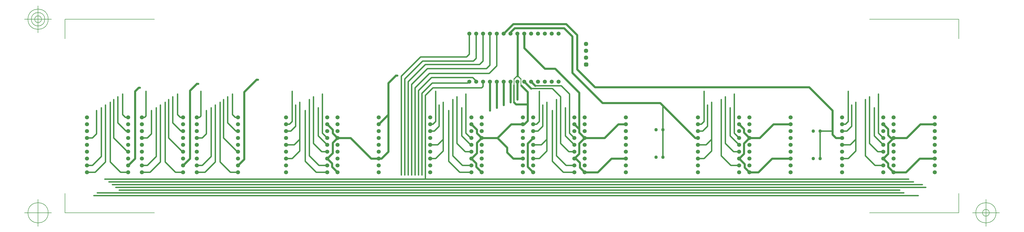
<source format=gbr>
G04 Generated by Ultiboard 14.1 *
%FSLAX34Y34*%
%MOMM*%

%ADD10C,0.0001*%
%ADD11C,0.5080*%
%ADD12C,0.7620*%
%ADD13C,0.2540*%
%ADD14C,0.3810*%
%ADD15C,0.1270*%
%ADD16C,0.5000*%
%ADD17C,0.7500*%
%ADD18C,1.5000*%
%ADD19C,1.6088*%
%ADD20R,0.5291X0.5291*%
%ADD21C,0.9949*%
%ADD22C,1.2700*%


G04 ColorRGB 0000FF for the following layer *
%LNCopper Bottom*%
%LPD*%
G54D10*
G54D11*
X144780Y121920D02*
X347980Y121920D01*
X551180Y121920D01*
X78740Y147330D02*
X109230Y147330D01*
X147320Y185420D01*
X203190Y147330D02*
X165100Y185420D01*
X231140Y147330D02*
X203190Y147330D01*
X281940Y147330D02*
X312430Y147330D01*
X350520Y185420D01*
X406390Y147330D02*
X368300Y185420D01*
X434340Y147330D02*
X406390Y147330D01*
X485140Y147330D02*
X515630Y147330D01*
X553720Y185420D01*
X609590Y147330D02*
X571500Y185420D01*
X637540Y147330D02*
X609590Y147330D01*
X927100Y147320D02*
X886460Y187960D01*
X967740Y147320D02*
X927100Y147320D01*
X1457960Y147320D02*
X1417320Y187960D01*
X1498600Y147320D02*
X1457960Y147320D01*
X1841500Y147320D02*
X1800860Y187960D01*
X1882140Y147320D02*
X1841500Y147320D01*
X78740Y172730D02*
X99070Y172730D01*
X132080Y205740D01*
X165100Y185420D02*
X165100Y406400D01*
X147320Y185420D02*
X147320Y396240D01*
X281940Y172730D02*
X302270Y172730D01*
X335280Y205740D01*
X350520Y185420D02*
X350520Y396240D01*
X368300Y185420D02*
X368300Y406400D01*
X485140Y172730D02*
X505470Y172730D01*
X538480Y205740D01*
X553720Y185420D02*
X553720Y396240D01*
X571500Y185420D02*
X571500Y406400D01*
X886460Y187960D02*
X886460Y376368D01*
X937260Y172720D02*
X901700Y208280D01*
X967740Y172720D02*
X937260Y172720D01*
X1417320Y187960D02*
X1417320Y376368D01*
X1468120Y172720D02*
X1432560Y208280D01*
X1498600Y172720D02*
X1468120Y172720D01*
X1800860Y187960D02*
X1800860Y375920D01*
X1851660Y172720D02*
X1816100Y208280D01*
X1882140Y172720D02*
X1851660Y172720D01*
X2461260Y172720D02*
X2425700Y208280D01*
X2491740Y172720D02*
X2461260Y172720D01*
X2994660Y172720D02*
X2959100Y208280D01*
X3025140Y172720D02*
X2994660Y172720D01*
X132080Y205740D02*
X132080Y386080D01*
X335280Y205740D02*
X335280Y386080D01*
X538480Y205740D02*
X538480Y386080D01*
X815340Y198120D02*
X838200Y198120D01*
X866140Y226060D01*
X1346200Y198120D02*
X1369060Y198120D01*
X1397000Y226060D01*
X1729740Y198120D02*
X1752600Y198120D01*
X1780540Y226060D01*
X2339340Y198120D02*
X2362200Y198120D01*
X2390140Y226060D01*
X2872740Y198120D02*
X2895600Y198120D01*
X2923540Y226060D01*
X228590Y223530D02*
X177800Y274320D01*
X231140Y223530D02*
X228590Y223530D01*
X431790Y223530D02*
X381000Y274320D01*
X434340Y223530D02*
X431790Y223530D01*
X634990Y223530D02*
X584200Y274320D01*
X637540Y223530D02*
X634990Y223530D01*
X866140Y226060D02*
X866140Y269240D01*
X901700Y208280D02*
X901700Y417008D01*
X947420Y223520D02*
X916940Y254000D01*
X967740Y223520D02*
X947420Y223520D01*
X1397000Y226060D02*
X1397000Y269240D01*
X1432560Y208280D02*
X1432560Y417008D01*
X1478280Y223520D02*
X1447800Y254000D01*
X1498600Y223520D02*
X1478280Y223520D01*
X1780540Y226060D02*
X1780540Y269240D01*
X1816100Y208280D02*
X1816100Y417008D01*
X1861820Y223520D02*
X1831340Y254000D01*
X1882140Y223520D02*
X1861820Y223520D01*
X2390140Y226060D02*
X2390140Y269240D01*
X2425700Y208280D02*
X2425700Y417008D01*
X2471420Y223520D02*
X2440940Y254000D01*
X2491740Y223520D02*
X2471420Y223520D01*
X2923540Y226060D02*
X2923540Y269240D01*
X2959100Y208280D02*
X2959100Y417008D01*
X3004820Y223520D02*
X2974340Y254000D01*
X3025140Y223520D02*
X3004820Y223520D01*
X815340Y248920D02*
X845820Y248920D01*
X866140Y269240D01*
X916940Y254000D02*
X916940Y427168D01*
X967740Y248920D02*
X934720Y281940D01*
X1346200Y248920D02*
X1376680Y248920D01*
X1397000Y269240D01*
X1447800Y254000D02*
X1447800Y427168D01*
X1498600Y248920D02*
X1465580Y281940D01*
X1729740Y248920D02*
X1760220Y248920D01*
X1780540Y269240D01*
X1831340Y254000D02*
X1831340Y427168D01*
X1882140Y248920D02*
X1849120Y281940D01*
X2339340Y248920D02*
X2369820Y248920D01*
X2390140Y269240D01*
X2440940Y254000D02*
X2440940Y427168D01*
X2491740Y248920D02*
X2458720Y281940D01*
X2872740Y248920D02*
X2903220Y248920D01*
X2923540Y269240D01*
X2974340Y254000D02*
X2974340Y427168D01*
X3025140Y248920D02*
X2992120Y281940D01*
X78740Y274330D02*
X99070Y274330D01*
X114300Y289560D01*
X177800Y274320D02*
X177800Y416560D01*
X281940Y274330D02*
X302270Y274330D01*
X317500Y289560D01*
X381000Y274320D02*
X381000Y416560D01*
X485140Y274330D02*
X505470Y274330D01*
X520700Y289560D01*
X584200Y274320D02*
X584200Y416560D01*
X866140Y269240D02*
X866140Y406848D01*
X934720Y281940D02*
X934720Y386528D01*
X967740Y274320D02*
X949960Y292100D01*
X1397000Y269240D02*
X1397000Y406848D01*
X1465580Y281940D02*
X1465580Y386528D01*
X1498600Y274320D02*
X1480820Y292100D01*
X1780540Y269240D02*
X1780540Y406848D01*
X1849120Y281940D02*
X1849120Y386528D01*
X1882140Y274320D02*
X1864360Y292100D01*
X2390140Y269240D02*
X2390140Y406848D01*
X2458720Y281940D02*
X2458720Y386528D01*
X2491740Y274320D02*
X2473960Y292100D01*
X2923540Y269240D02*
X2923540Y406848D01*
X2992120Y281940D02*
X2992120Y386528D01*
X3025140Y274320D02*
X3007360Y292100D01*
X114300Y289560D02*
X114300Y375920D01*
X223510Y299730D02*
X193040Y330200D01*
X231140Y299730D02*
X223510Y299730D01*
X317500Y289560D02*
X317500Y375920D01*
X426710Y299730D02*
X396240Y330200D01*
X434340Y299730D02*
X426710Y299730D01*
X520700Y289560D02*
X520700Y375920D01*
X629910Y299730D02*
X599440Y330200D01*
X637540Y299730D02*
X629910Y299730D01*
X815340Y299720D02*
X833120Y299720D01*
X850900Y317500D01*
X949960Y292100D02*
X949960Y437328D01*
X1346200Y299720D02*
X1363980Y299720D01*
X1381760Y317500D01*
X1480820Y292100D02*
X1480820Y437328D01*
X1729740Y299720D02*
X1747520Y299720D01*
X1765300Y317500D01*
X1864360Y292100D02*
X1864360Y437328D01*
X2339340Y299720D02*
X2357120Y299720D01*
X2374900Y317500D01*
X2473960Y292100D02*
X2473960Y437328D01*
X2872740Y299720D02*
X2890520Y299720D01*
X2908300Y317500D01*
X3007360Y292100D02*
X3007360Y437328D01*
X815340Y325120D02*
X828040Y325120D01*
X838200Y335280D01*
X850900Y317500D02*
X850900Y396688D01*
X1381760Y317500D02*
X1381760Y396688D01*
X1729740Y325120D02*
X1742440Y325120D01*
X1752600Y335280D01*
X1765300Y317500D02*
X1765300Y396688D01*
X2339340Y325120D02*
X2352040Y325120D01*
X2362200Y335280D01*
X2374900Y317500D02*
X2374900Y396688D01*
X2872740Y325120D02*
X2885440Y325120D01*
X2895600Y335280D01*
X2908300Y317500D02*
X2908300Y396688D01*
X193040Y330200D02*
X193040Y426720D01*
X396240Y330200D02*
X396240Y426720D01*
X599440Y330200D02*
X599440Y426720D01*
X838200Y335280D02*
X838200Y447488D01*
X1369060Y335280D02*
X1369060Y447488D01*
X1752600Y335280D02*
X1752600Y447488D01*
X2362200Y335280D02*
X2362200Y447488D01*
X2895600Y335280D02*
X2895600Y447488D01*
X231140Y350530D02*
X220970Y350530D01*
X210820Y360680D01*
X210820Y436880D01*
X281940Y350530D02*
X292110Y350530D01*
X297180Y355600D02*
X297180Y447040D01*
X292110Y350530D02*
X297180Y355600D01*
X434340Y350530D02*
X424170Y350530D01*
X414020Y360680D01*
X414020Y436880D01*
X485140Y350530D02*
X495310Y350530D01*
X500380Y355600D02*
X500380Y447040D01*
X495310Y350530D02*
X500380Y355600D01*
X627370Y350530D02*
X617220Y360680D01*
X617220Y436880D01*
X637540Y350530D02*
X627370Y350530D01*
X1800860Y375920D02*
X1800860Y376368D01*
X1737360Y467360D02*
X1833880Y467360D01*
X1722120Y457200D02*
X1800860Y457200D01*
X1831340Y426720D01*
X1833880Y467360D02*
X1864360Y436880D01*
X1544320Y482600D02*
X1544320Y464820D01*
X1539240Y459740D01*
X1518920Y482600D02*
X1518920Y485140D01*
X1506220Y497840D01*
X1595120Y660400D02*
X1595120Y541020D01*
X1567180Y513080D01*
X1569720Y660400D02*
X1569720Y543560D01*
X1557020Y530860D01*
X1544320Y660400D02*
X1544320Y558800D01*
X1531620Y546100D01*
X1518920Y660400D02*
X1518920Y568960D01*
X1508760Y558800D01*
X1493520Y660400D02*
X1493520Y584200D01*
X1483360Y574040D01*
X1358900Y459740D02*
X1330960Y431800D01*
X1539240Y459740D02*
X1358900Y459740D01*
X1330960Y431800D02*
X1330960Y121920D01*
X1318260Y439420D02*
X1318260Y137160D01*
X1353820Y497840D02*
X1305560Y449580D01*
X1305560Y137160D01*
X1506220Y497840D02*
X1353820Y497840D01*
X1346200Y513080D02*
X1292860Y459740D01*
X1292860Y137160D01*
X1567180Y513080D02*
X1346200Y513080D01*
X1338580Y530860D02*
X1280160Y472440D01*
X1280160Y137160D01*
X1557020Y530860D02*
X1338580Y530860D01*
X1330960Y546100D02*
X1267460Y482600D01*
X1531620Y546100D02*
X1330960Y546100D01*
X1267460Y482600D02*
X1267460Y137160D01*
X1320800Y558800D02*
X1254760Y492760D01*
X1254760Y137160D01*
X1508760Y558800D02*
X1320800Y558800D01*
X1313180Y574040D02*
X1242060Y502920D01*
X1483360Y574040D02*
X1313180Y574040D01*
X1242060Y502920D02*
X1242060Y137160D01*
X1488440Y477520D02*
X1356360Y477520D01*
X1493520Y482600D02*
X1488440Y477520D01*
X1356360Y477520D02*
X1318260Y439420D01*
X1658620Y406400D02*
X1658620Y469900D01*
X2621280Y60960D02*
X3154680Y60960D01*
X2011680Y60960D02*
X2621280Y60960D01*
X2567940Y71120D02*
X3101340Y71120D01*
X160020Y111760D02*
X3136900Y111760D01*
X551180Y121920D02*
X3119120Y121920D01*
X116840Y71120D02*
X2567940Y71120D01*
X203200Y111760D02*
X160020Y111760D01*
X172720Y101600D02*
X3169920Y101600D01*
X185420Y91440D02*
X3182620Y91440D01*
X198120Y81280D02*
X3086100Y81280D01*
X104140Y60960D02*
X2011680Y60960D01*
X1358900Y325120D02*
X1369060Y335280D01*
X1346200Y325120D02*
X1358900Y325120D01*
X2209800Y203200D02*
X2209800Y393700D01*
X2791460Y198120D02*
X2791460Y299720D01*
X2837180Y299720D01*
G54D12*
X985520Y167640D02*
X1005840Y147320D01*
X1518920Y167640D02*
X1539240Y147320D01*
X1709420Y167640D02*
X1729740Y147320D01*
X1902460Y165100D02*
X1920240Y147320D01*
X1968500Y147320D01*
X2019300Y198120D01*
X2512060Y165100D02*
X2529840Y147320D01*
X2562860Y147320D01*
X2613660Y198120D01*
X3042920Y167640D02*
X3063240Y147320D01*
X3108960Y147320D01*
X3159760Y198120D01*
X985520Y180340D02*
X985520Y167640D01*
X1518920Y180340D02*
X1518920Y167640D01*
X1709420Y254000D02*
X1709420Y167640D01*
X1902460Y182880D02*
X1902460Y165100D01*
X2512060Y177800D02*
X2512060Y165100D01*
X3042920Y180340D02*
X3042920Y167640D01*
X256540Y198130D02*
X231140Y172730D01*
X459740Y198130D02*
X434340Y172730D01*
X660400Y195590D02*
X637540Y172730D01*
X967740Y198120D02*
X985520Y180340D01*
X1501140Y198120D02*
X1518920Y180340D01*
X1887220Y198120D02*
X1902460Y182880D01*
X2491740Y198120D02*
X2512060Y177800D01*
X3025140Y198120D02*
X3042920Y180340D01*
X256540Y447040D02*
X256540Y198130D01*
X459740Y198130D02*
X459740Y449580D01*
X660400Y444500D02*
X660400Y195590D01*
X988060Y218440D02*
X967740Y198120D01*
X1130300Y198120D02*
X1054100Y274320D01*
X1130300Y198120D02*
X1168400Y198120D01*
X1193800Y223520D02*
X1168400Y198120D01*
X1521460Y218440D02*
X1501140Y198120D01*
X1633220Y220980D02*
X1656080Y198120D01*
X1691640Y198120D01*
X1882140Y198120D02*
X1887220Y198120D01*
X1882140Y198120D02*
X1899920Y215900D01*
X2019300Y198120D02*
X2072640Y198120D01*
X2509520Y215900D02*
X2491740Y198120D01*
X2613660Y198120D02*
X2682240Y198120D01*
X3042920Y215900D02*
X3025140Y198120D01*
X3159760Y198120D02*
X3215640Y198120D01*
X988060Y256540D02*
X988060Y218440D01*
X1521460Y256540D02*
X1521460Y218440D01*
X1633220Y238760D02*
X1633220Y220980D01*
X1899920Y215900D02*
X1899920Y254000D01*
X2509520Y254000D02*
X2509520Y215900D01*
X3042920Y254000D02*
X3042920Y215900D01*
X1597660Y274320D02*
X1633220Y238760D01*
X1005840Y274320D02*
X988060Y256540D01*
X1539240Y274320D02*
X1521460Y256540D01*
X1729740Y274320D02*
X1709420Y254000D01*
X1899920Y254000D02*
X1920240Y274320D01*
X2529840Y274320D02*
X2509520Y254000D01*
X3063240Y274320D02*
X3042920Y254000D01*
X1054100Y274320D02*
X1005840Y274320D01*
X988060Y292100D01*
X1521460Y292100D02*
X1539240Y274320D01*
X1597660Y274320D01*
X1648460Y325120D01*
X1920240Y274320D02*
X1899920Y294640D01*
X1993900Y274320D02*
X1920240Y274320D01*
X2044700Y325120D02*
X1993900Y274320D01*
X2509520Y294640D02*
X2529840Y274320D01*
X2567940Y274320D01*
X2618740Y325120D01*
X3042920Y307340D02*
X3042920Y284480D01*
X3053080Y274320D01*
X3111500Y274320D01*
X3162300Y325120D01*
X988060Y304800D02*
X967740Y325120D01*
X988060Y292100D02*
X988060Y304800D01*
X1501140Y325120D02*
X1521460Y304800D01*
X1521460Y292100D01*
X1899920Y307340D02*
X1882140Y325120D01*
X2491740Y325120D02*
X2509520Y307340D01*
X2509520Y294640D01*
X3025140Y325120D02*
X3042920Y307340D01*
X1193800Y360680D02*
X1158240Y325120D01*
X2072640Y325120D02*
X2044700Y325120D01*
X2618740Y325120D02*
X2682240Y325120D01*
X3162300Y325120D02*
X3215640Y325120D01*
X1569720Y482600D02*
X1569720Y376368D01*
X1595120Y482600D02*
X1595120Y386528D01*
X1620520Y482600D02*
X1620520Y396688D01*
X1645920Y482600D02*
X1645920Y406848D01*
X1671320Y482600D02*
X1671320Y417008D01*
X1696720Y482600D02*
X1722120Y457200D01*
X1722120Y482600D02*
X1737360Y467360D01*
X459740Y449580D02*
X485140Y474980D01*
X490220Y474980D01*
X660400Y444500D02*
X706120Y490220D01*
X711200Y490220D01*
X256540Y447040D02*
X270050Y460550D01*
X274320Y460550D01*
X1193800Y223520D02*
X1193800Y477520D01*
X1221740Y505460D01*
X1226820Y505460D01*
X1645920Y660400D02*
X1645920Y665480D01*
X2199640Y403860D02*
X2329180Y274320D01*
X2339340Y274320D01*
X2750820Y462280D02*
X2837180Y375920D01*
X2837180Y287020D01*
X2849880Y274320D01*
X2872740Y274320D01*
X1892300Y528320D02*
X1958340Y462280D01*
X2750820Y462280D01*
X1892300Y655320D02*
X1892300Y528320D01*
X1874520Y515620D02*
X1986280Y403860D01*
X1874520Y650240D02*
X1874520Y515620D01*
X1986280Y403860D02*
X2199640Y403860D01*
X1696720Y660400D02*
X1696720Y607060D01*
X1772920Y530860D01*
X1811020Y530860D01*
X1899920Y441960D01*
X1899920Y294640D02*
X1899920Y441960D01*
X1671479Y660241D02*
X1671479Y502761D01*
X1709420Y337820D02*
X1696720Y325120D01*
X1648460Y325120D02*
X1696720Y325120D01*
X1685290Y468630D02*
X1709420Y444500D01*
X1709420Y337820D01*
X1658620Y406400D02*
X1666240Y398780D01*
X1709420Y398780D01*
X1661160Y680720D02*
X1844040Y680720D01*
X1645920Y665480D02*
X1661160Y680720D01*
X1844040Y680720D02*
X1874520Y650240D01*
X1656080Y695960D02*
X1851660Y695960D01*
X1620520Y660400D02*
X1656080Y695960D01*
X1851660Y695960D02*
X1892300Y655320D01*
G54D13*
X1668780Y502920D02*
X1673860Y502920D01*
X1658620Y492760D02*
X1658620Y469900D01*
X1684020Y492760D02*
X1684020Y469900D01*
X2837180Y294640D02*
X2835360Y294640D01*
X2835000Y295000D01*
G54D14*
X1668780Y502920D02*
X1658620Y492760D01*
X1673860Y502920D02*
X1684020Y492760D01*
G54D15*
X-2540Y-2540D02*
X-2540Y69088D01*
X-2540Y-2540D02*
X328168Y-2540D01*
X3304540Y-2540D02*
X2973832Y-2540D01*
X3304540Y-2540D02*
X3304540Y69088D01*
X3304540Y713740D02*
X3304540Y642112D01*
X3304540Y713740D02*
X2973832Y713740D01*
X-2540Y713740D02*
X328168Y713740D01*
X-2540Y713740D02*
X-2540Y642112D01*
X-52540Y-2540D02*
X-152540Y-2540D01*
X-102540Y-52540D02*
X-102540Y47460D01*
X-140040Y-2540D02*
G75*
D01*
G02X-140040Y-2540I37500J0*
G01*
X3354540Y-2540D02*
X3454540Y-2540D01*
X3404540Y-52540D02*
X3404540Y47460D01*
X3367040Y-2540D02*
G75*
D01*
G02X3367040Y-2540I37500J0*
G01*
X3392040Y-2540D02*
G75*
D01*
G02X3392040Y-2540I12500J0*
G01*
X-52540Y713740D02*
X-152540Y713740D01*
X-102540Y663740D02*
X-102540Y763740D01*
X-140040Y713740D02*
G75*
D01*
G02X-140040Y713740I37500J0*
G01*
X-127540Y713740D02*
G75*
D01*
G02X-127540Y713740I25000J0*
G01*
X-115040Y713740D02*
G75*
D01*
G02X-115040Y713740I12500J0*
G01*
G54D16*
X104140Y60960D03*
X307340Y60960D03*
X510540Y60960D03*
X1097280Y60960D03*
X1628140Y60960D03*
X2011680Y60960D03*
X2621280Y60960D03*
X3154680Y60960D03*
X116840Y71120D03*
X198120Y81280D03*
X320040Y71120D03*
X401320Y81280D03*
X523240Y71120D03*
X604520Y81280D03*
X1028700Y81280D03*
X1043940Y71120D03*
X1559560Y81280D03*
X1574800Y71120D03*
X1943100Y81280D03*
X1958340Y71120D03*
X2552700Y81280D03*
X2567940Y71120D03*
X3086100Y81280D03*
X3101340Y71120D03*
X172720Y101600D03*
X185420Y91440D03*
X375920Y101600D03*
X388620Y91440D03*
X579120Y101600D03*
X591820Y91440D03*
X1112520Y101600D03*
X1125220Y91440D03*
X1643380Y101600D03*
X1656080Y91440D03*
X2026920Y101600D03*
X2039620Y91440D03*
X2636520Y101600D03*
X2649220Y91440D03*
X3169920Y101600D03*
X3182620Y91440D03*
X144780Y121920D03*
X160020Y111760D03*
X347980Y121920D03*
X363220Y111760D03*
X551180Y121920D03*
X566420Y111760D03*
X1061720Y121920D03*
X1079500Y111760D03*
X1592580Y121920D03*
X1610360Y111760D03*
X1976120Y121920D03*
X1993900Y111760D03*
X2585720Y121920D03*
X2603500Y111760D03*
X3119120Y121920D03*
X3136900Y111760D03*
X114300Y375920D03*
X132080Y386080D03*
X317500Y375920D03*
X335280Y386080D03*
X520700Y375920D03*
X538480Y386080D03*
X886460Y375920D03*
X934720Y386080D03*
X1417320Y375920D03*
X1465580Y386080D03*
X1800860Y375920D03*
X1849120Y386080D03*
X2458720Y386080D03*
X2992120Y386080D03*
X165100Y406400D03*
X147320Y396240D03*
X350520Y396240D03*
X368300Y406400D03*
X553720Y396240D03*
X571500Y406400D03*
X866140Y406400D03*
X850900Y396240D03*
X1381760Y396240D03*
X1397000Y406400D03*
X1765300Y396240D03*
X1780540Y406400D03*
X2374900Y396240D03*
X2390140Y406400D03*
X2923540Y406400D03*
X2908300Y396240D03*
X177800Y416560D03*
X193040Y426720D03*
X381000Y416560D03*
X396240Y426720D03*
X584200Y416560D03*
X599440Y426720D03*
X901700Y416560D03*
X916940Y426720D03*
X1432560Y416560D03*
X1447800Y426720D03*
X1816100Y416560D03*
X1831340Y426720D03*
X2425700Y416560D03*
X2440940Y426720D03*
X2959100Y416560D03*
X2974340Y426720D03*
X210820Y436880D03*
X297180Y447040D03*
X414020Y436880D03*
X500380Y447040D03*
X617220Y436880D03*
X838200Y447040D03*
X949960Y436880D03*
X1369060Y447040D03*
X1480820Y436880D03*
X1752600Y447040D03*
X1864360Y436880D03*
X2362200Y447040D03*
X2473960Y436880D03*
X2895600Y447040D03*
X3007360Y436880D03*
X1569720Y375920D03*
X1595120Y386080D03*
X1620520Y396240D03*
X1645920Y406400D03*
X1671320Y416560D03*
X1242060Y137160D03*
X1254760Y137160D03*
X1267460Y137160D03*
X1280160Y137160D03*
X1292860Y137160D03*
X1305560Y137160D03*
X1318260Y137160D03*
X1242060Y91440D03*
X1254760Y81280D03*
X1267460Y71120D03*
X1280160Y60960D03*
X1305560Y111760D03*
X1318260Y101600D03*
G54D17*
X269240Y459740D03*
X706120Y490220D03*
X1221740Y505460D03*
X485140Y474980D03*
G54D18*
X3063240Y147320D03*
X3215640Y147320D03*
X3063240Y172720D03*
X3215640Y172720D03*
X3063240Y198120D03*
X3215640Y198120D03*
X3063240Y223520D03*
X3215640Y223520D03*
X3063240Y248920D03*
X3215640Y248920D03*
X3063240Y274320D03*
X3215640Y274320D03*
X3063240Y299720D03*
X3215640Y299720D03*
X3063240Y325120D03*
X3215640Y325120D03*
X3063240Y350520D03*
X3215640Y350520D03*
X2872740Y147320D03*
X3025140Y147320D03*
X2872740Y172720D03*
X3025140Y172720D03*
X2872740Y198120D03*
X3025140Y198120D03*
X2872740Y223520D03*
X3025140Y223520D03*
X2872740Y248920D03*
X3025140Y248920D03*
X2872740Y274320D03*
X3025140Y274320D03*
X2872740Y299720D03*
X3025140Y299720D03*
X2872740Y325120D03*
X3025140Y325120D03*
X2872740Y350520D03*
X3025140Y350520D03*
X2529840Y147320D03*
X2682240Y147320D03*
X2529840Y172720D03*
X2682240Y172720D03*
X2529840Y198120D03*
X2682240Y198120D03*
X2529840Y223520D03*
X2682240Y223520D03*
X2529840Y248920D03*
X2682240Y248920D03*
X2529840Y274320D03*
X2682240Y274320D03*
X2529840Y299720D03*
X2682240Y299720D03*
X2529840Y325120D03*
X2682240Y325120D03*
X2529840Y350520D03*
X2682240Y350520D03*
X2339340Y147320D03*
X2491740Y147320D03*
X2339340Y172720D03*
X2491740Y172720D03*
X2339340Y198120D03*
X2491740Y198120D03*
X2339340Y223520D03*
X2491740Y223520D03*
X2339340Y248920D03*
X2491740Y248920D03*
X2339340Y274320D03*
X2491740Y274320D03*
X2339340Y299720D03*
X2491740Y299720D03*
X2339340Y325120D03*
X2491740Y325120D03*
X2339340Y350520D03*
X2491740Y350520D03*
X1920240Y147320D03*
X2072640Y147320D03*
X1920240Y172720D03*
X2072640Y172720D03*
X1920240Y198120D03*
X2072640Y198120D03*
X1920240Y223520D03*
X2072640Y223520D03*
X1920240Y248920D03*
X2072640Y248920D03*
X1920240Y274320D03*
X2072640Y274320D03*
X1920240Y299720D03*
X2072640Y299720D03*
X1920240Y325120D03*
X2072640Y325120D03*
X1920240Y350520D03*
X2072640Y350520D03*
X1348740Y147320D03*
X1501140Y147320D03*
X1348740Y172720D03*
X1501140Y172720D03*
X1348740Y198120D03*
X1501140Y198120D03*
X1348740Y223520D03*
X1501140Y223520D03*
X1348740Y248920D03*
X1501140Y248920D03*
X1348740Y274320D03*
X1501140Y274320D03*
X1348740Y299720D03*
X1501140Y299720D03*
X1348740Y325120D03*
X1501140Y325120D03*
X1348740Y350520D03*
X1501140Y350520D03*
X1005840Y147320D03*
X1158240Y147320D03*
X1005840Y172720D03*
X1158240Y172720D03*
X1005840Y198120D03*
X1158240Y198120D03*
X1005840Y223520D03*
X1158240Y223520D03*
X1005840Y248920D03*
X1158240Y248920D03*
X1005840Y274320D03*
X1158240Y274320D03*
X1005840Y299720D03*
X1158240Y299720D03*
X1005840Y325120D03*
X1158240Y325120D03*
X1005840Y350520D03*
X1158240Y350520D03*
X815340Y147320D03*
X967740Y147320D03*
X815340Y172720D03*
X967740Y172720D03*
X815340Y198120D03*
X967740Y198120D03*
X815340Y223520D03*
X967740Y223520D03*
X815340Y248920D03*
X967740Y248920D03*
X815340Y274320D03*
X967740Y274320D03*
X815340Y299720D03*
X967740Y299720D03*
X815340Y325120D03*
X967740Y325120D03*
X815340Y350520D03*
X967740Y350520D03*
X1729740Y147320D03*
X1882140Y147320D03*
X1729740Y172720D03*
X1882140Y172720D03*
X1729740Y198120D03*
X1882140Y198120D03*
X1729740Y223520D03*
X1882140Y223520D03*
X1729740Y248920D03*
X1882140Y248920D03*
X1729740Y274320D03*
X1882140Y274320D03*
X1729740Y299720D03*
X1882140Y299720D03*
X1729740Y325120D03*
X1882140Y325120D03*
X1729740Y350520D03*
X1882140Y350520D03*
X1539240Y147320D03*
X1691640Y147320D03*
X1539240Y172720D03*
X1691640Y172720D03*
X1539240Y198120D03*
X1691640Y198120D03*
X1539240Y223520D03*
X1691640Y223520D03*
X1539240Y248920D03*
X1691640Y248920D03*
X1539240Y274320D03*
X1691640Y274320D03*
X1539240Y299720D03*
X1691640Y299720D03*
X1539240Y325120D03*
X1691640Y325120D03*
X1539240Y350520D03*
X1691640Y350520D03*
X485140Y147330D03*
X637540Y147330D03*
X485140Y172730D03*
X637540Y172730D03*
X485140Y198130D03*
X637540Y198130D03*
X485140Y223530D03*
X637540Y223530D03*
X485140Y248930D03*
X637540Y248930D03*
X485140Y274330D03*
X637540Y274330D03*
X485140Y299730D03*
X637540Y299730D03*
X485140Y325130D03*
X637540Y325130D03*
X485140Y350530D03*
X637540Y350530D03*
X281940Y147330D03*
X434340Y147330D03*
X281940Y172730D03*
X434340Y172730D03*
X281940Y198130D03*
X434340Y198130D03*
X281940Y223530D03*
X434340Y223530D03*
X281940Y248930D03*
X434340Y248930D03*
X281940Y274330D03*
X434340Y274330D03*
X281940Y299730D03*
X434340Y299730D03*
X281940Y325130D03*
X434340Y325130D03*
X281940Y350530D03*
X434340Y350530D03*
X78740Y147330D03*
X231140Y147330D03*
X78740Y172730D03*
X231140Y172730D03*
X78740Y198130D03*
X231140Y198130D03*
X78740Y223530D03*
X231140Y223530D03*
X78740Y248930D03*
X231140Y248930D03*
X78740Y274330D03*
X231140Y274330D03*
X78740Y299730D03*
X231140Y299730D03*
X78740Y325130D03*
X231140Y325130D03*
X78740Y350530D03*
X231140Y350530D03*
X1645920Y660400D03*
X1823720Y660400D03*
X1823720Y482600D03*
X1747520Y482600D03*
X1722120Y482600D03*
X1696720Y482600D03*
X1671320Y482600D03*
X1645920Y482600D03*
X1620520Y482600D03*
X1595120Y482600D03*
X1696720Y660400D03*
X1544320Y482600D03*
X1518920Y482600D03*
X1493520Y482600D03*
X1493520Y660400D03*
X1518920Y660400D03*
X1544320Y660400D03*
X1569720Y660400D03*
X1798320Y660400D03*
X1772920Y660400D03*
X1747520Y660400D03*
X1722120Y660400D03*
X1671320Y660400D03*
X1620520Y660400D03*
X1772920Y482600D03*
X1798320Y482600D03*
X1569720Y482600D03*
X1595120Y660400D03*
G54D19*
X1925320Y571500D03*
X1925320Y622300D03*
X1925320Y596900D03*
G54D20*
X1925320Y546100D03*
G54D21*
X1922675Y543455D02*
X1927965Y543455D01*
X1927965Y548745D01*
X1922675Y548745D01*
X1922675Y543455D01*D02*
G54D22*
X2209800Y304800D03*
X2184400Y304800D03*
X2209800Y203200D03*
X2184400Y203200D03*
X2791460Y299720D03*
X2766060Y299720D03*
X2791460Y198120D03*
X2766060Y198120D03*

M02*

</source>
